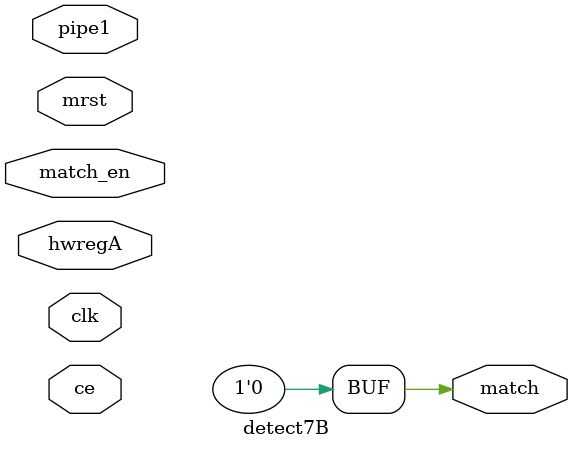
<source format=v>

`timescale 1ns / 1ps

module detect7B(
    input        ce,
    input        clk,
    input [63:0] hwregA,
    input        match_en,
    input        mrst,
    input [71:0] pipe1,
    output       match
);

    // --------------------------------------------------
    // Passthrough IDS detector
    // --------------------------------------------------
    // No internal state
    // No matching
    // No side effects
    // --------------------------------------------------

    assign match = 1'b0;

endmodule

</source>
